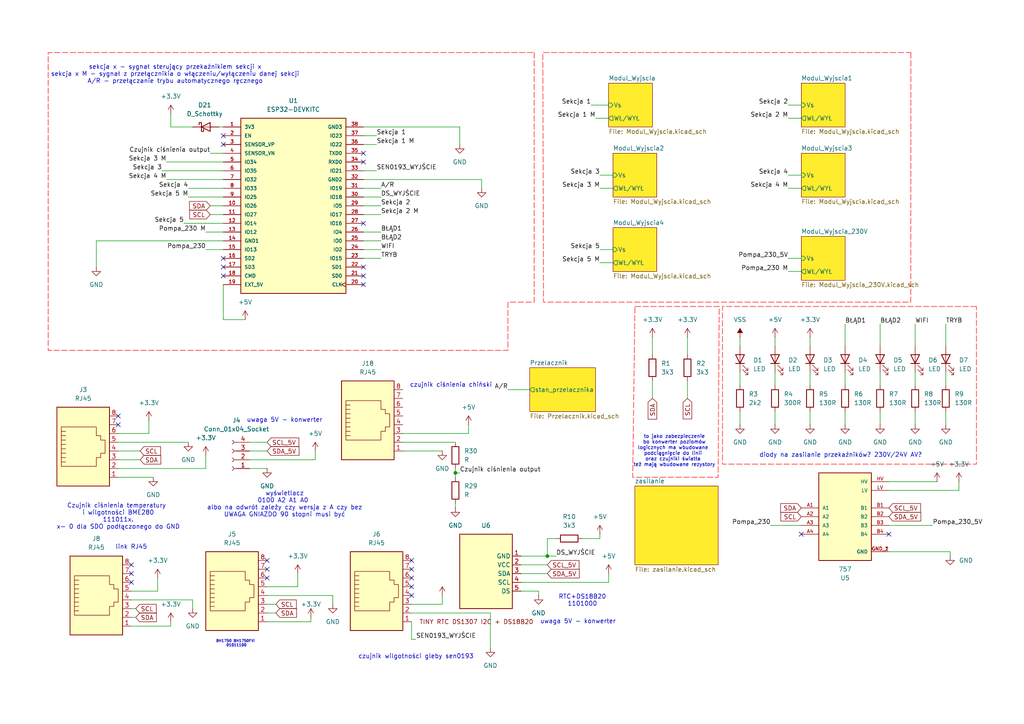
<source format=kicad_sch>
(kicad_sch (version 20250114) (generator "eeschema") (generator_version "9.0")
  (paper "A4")
  (title_block (title "Sterownik podlewania V1.1") (date "2025-10-09") (comment 1 "Praca inżynierska ") (comment 2 "Filip Gajewski"))
  (lib_symbols
    (symbol "Connector:Conn_01x04_Socket" (pin_names (offset 1.016) (hide yes))
      (property "Reference" "J" (at 0 5.08 0))
      (property "Value" "Conn_01x04_Socket" (at 0 -7.62 0))
      (symbol "Conn_01x04_Socket_1_1"
        (polyline (pts (xy -1.27 2.54) (xy -0.508 2.54)) (stroke (width 0.1524)))
        (polyline (pts (xy -1.27 0) (xy -0.508 0)) (stroke (width 0.1524)))
        (polyline (pts (xy -1.27 -2.54) (xy -0.508 -2.54)) (stroke (width 0.1524)))
        (polyline (pts (xy -1.27 -5.08) (xy -0.508 -5.08)) (stroke (width 0.1524)))
        (arc (start 0 2.032) (mid -0.5058 2.54) (end 0 3.048) (stroke (width 0.1524)))
        (arc (start 0 -0.508) (mid -0.5058 0) (end 0 0.508) (stroke (width 0.1524)))
        (arc (start 0 -3.048) (mid -0.5058 -2.54) (end 0 -2.032) (stroke (width 0.1524)))
        (arc (start 0 -5.588) (mid -0.5058 -5.08) (end 0 -4.572) (stroke (width 0.1524)))
        (pin passive line (at -5.08 2.54 0) (length 3.81) (name "Pin_1") (number "1"))
        (pin passive line (at -5.08 0 0) (length 3.81) (name "Pin_2") (number "2"))
        (pin passive line (at -5.08 -2.54 0) (length 3.81) (name "Pin_3") (number "3"))
        (pin passive line (at -5.08 -5.08 0) (length 3.81) (name "Pin_4") (number "4"))
      )
    )
    (symbol "Connector:RJ45" (pin_names (offset 1.016))
      (property "Reference" "J" (at -5.08 13.97 0))
      (property "Value" "RJ45" (at 2.54 13.97 0))
      (symbol "RJ45_0_1"
        (polyline (pts (xy -6.35 1.905) (xy -5.08 1.905) (xy -5.08 1.905)))
        (polyline (pts (xy -6.35 0.635) (xy -5.08 0.635) (xy -5.08 0.635)))
        (polyline (pts (xy -6.35 -0.635) (xy -5.08 -0.635) (xy -5.08 -0.635)))
        (polyline (pts (xy -6.35 -1.905) (xy -5.08 -1.905) (xy -5.08 -1.905)))
        (polyline (pts (xy -6.35 -3.175) (xy -5.08 -3.175) (xy -5.08 -3.175)))
        (polyline (pts (xy -6.35 -4.445) (xy -6.35 6.985) (xy 3.81 6.985) (xy 3.81 4.445) (xy 5.08 4.445) (xy 5.08 3.175) (xy 6.35 3.175) (xy 6.35 -0.635) (xy 5.08 -0.635) (xy 5.08 -1.905) (xy 3.81 -1.905) (xy 3.81 -4.445) (xy -6.35 -4.445) (xy -6.35 -4.445)))
        (polyline (pts (xy -5.08 5.715) (xy -6.35 5.715)))
        (polyline (pts (xy -5.08 4.445) (xy -6.35 4.445)))
        (polyline (pts (xy -5.08 3.175) (xy -6.35 3.175) (xy -6.35 3.175)))
        (rectangle (start 7.62 12.7) (end -7.62 -10.16) (stroke (width 0.254)) (fill (type background)))
      )
      (symbol "RJ45_1_1"
        (pin passive line (at 10.16 10.16 180) (length 2.54) (name "~") (number "8"))
        (pin passive line (at 10.16 7.62 180) (length 2.54) (name "~") (number "7"))
        (pin passive line (at 10.16 5.08 180) (length 2.54) (name "~") (number "6"))
        (pin passive line (at 10.16 2.54 180) (length 2.54) (name "~") (number "5"))
        (pin passive line (at 10.16 0 180) (length 2.54) (name "~") (number "4"))
        (pin passive line (at 10.16 -2.54 180) (length 2.54) (name "~") (number "3"))
        (pin passive line (at 10.16 -5.08 180) (length 2.54) (name "~") (number "2"))
        (pin passive line (at 10.16 -7.62 180) (length 2.54) (name "~") (number "1"))
      )
    )
    (symbol "Device:D_Schottky" (pin_numbers (hide yes)) (pin_names (offset 1.016) (hide yes))
      (property "Reference" "D" (at 0 2.54 0))
      (property "Value" "D_Schottky" (at 0 -2.54 0))
      (symbol "D_Schottky_0_1"
        (polyline (pts (xy -1.905 0.635) (xy -1.905 1.27) (xy -1.27 1.27) (xy -1.27 -1.27) (xy -0.635 -1.27) (xy -0.635 -0.635)) (stroke (width 0.254)))
        (polyline (pts (xy 1.27 1.27) (xy 1.27 -1.27) (xy -1.27 0) (xy 1.27 1.27)) (stroke (width 0.254)))
        (polyline (pts (xy 1.27 0) (xy -1.27 0)))
      )
      (symbol "D_Schottky_1_1"
        (pin passive line (at -3.81 0 0) (length 2.54) (name "K") (number "1"))
        (pin passive line (at 3.81 0 180) (length 2.54) (name "A") (number "2"))
      )
    )
    (symbol "Device:LED" (pin_numbers (hide yes)) (pin_names (offset 1.016) (hide yes))
      (property "Reference" "D" (at 0 2.54 0))
      (property "Value" "LED" (at 0 -2.54 0))
      (symbol "LED_0_1"
        (polyline (pts (xy -3.048 -0.762) (xy -4.572 -2.286) (xy -3.81 -2.286) (xy -4.572 -2.286) (xy -4.572 -1.524)))
        (polyline (pts (xy -1.778 -0.762) (xy -3.302 -2.286) (xy -2.54 -2.286) (xy -3.302 -2.286) (xy -3.302 -1.524)))
        (polyline (pts (xy -1.27 0) (xy 1.27 0)))
        (polyline (pts (xy -1.27 -1.27) (xy -1.27 1.27)) (stroke (width 0.254)))
        (polyline (pts (xy 1.27 -1.27) (xy 1.27 1.27) (xy -1.27 0) (xy 1.27 -1.27)) (stroke (width 0.254)))
      )
      (symbol "LED_1_1"
        (pin passive line (at -3.81 0 0) (length 2.54) (name "K") (number "1"))
        (pin passive line (at 3.81 0 180) (length 2.54) (name "A") (number "2"))
      )
    )
    (symbol "Device:R" (pin_numbers (hide yes)) (pin_names (offset 0))
      (property "Reference" "R" (at 2.032 0 90))
      (property "Value" "R" (at 0 0 90))
      (symbol "R_0_1"
        (rectangle (start -1.016 -2.54) (end 1.016 2.54) (stroke (width 0.254)))
      )
      (symbol "R_1_1"
        (pin passive line (at 0 3.81 270) (length 1.27) (name "~") (number "1"))
        (pin passive line (at 0 -3.81 90) (length 1.27) (name "~") (number "2"))
      )
    )
    (symbol "RTC:TINY_RTC_DS1307"
      (property "Reference" "U6" (at 0 -13.97 0))
      (symbol "TINY_RTC_DS1307_0_0"
        (rectangle (start -7.62 10.16) (end 7.62 -11.43) (stroke (width 0.254)) (fill (type background)))
      )
      (symbol "TINY_RTC_DS1307_1_1"
        (text "TINY RTC DS1307 I2C + DS18B20" (at 2.794 13.97 0) (effects (font (size 1.27 1.27))))
        (pin output line (at -10.16 5.08 0) (length 2.54) (name "DS") (number "5"))
        (pin input line (at -10.16 2.54 0) (length 2.54) (name "SCL") (number "4"))
        (pin input line (at -10.16 0 0) (length 2.54) (name "SDA") (number "3"))
        (pin input line (at -10.16 -2.54 0) (length 2.54) (name "VCC") (number "2"))
        (pin input line (at -10.16 -5.08 0) (length 2.54) (name "GND") (number "1"))
      )
    )
    (symbol "Voltage_Level_Converter:757" (pin_names (offset 1.016))
      (property "Reference" "U" (at -7.62 13.462 0))
      (property "Value" "757" (at -7.62 -15.24 0))
      (symbol "757_0_0"
        (rectangle (start -7.62 -12.7) (end 7.62 12.7) (stroke (width 0.254)) (fill (type background)))
        (pin passive line (at -12.7 2.54 0) (length 5.08) (name "A1") (number "A1"))
        (pin passive line (at -12.7 0 0) (length 5.08) (name "A2") (number "A2"))
        (pin passive line (at -12.7 -2.54 0) (length 5.08) (name "A3") (number "A3"))
        (pin passive line (at -12.7 -5.08 0) (length 5.08) (name "A4") (number "A4"))
        (pin power_in line (at 12.7 10.16 180) (length 5.08) (name "HV") (number "HV"))
        (pin power_in line (at 12.7 7.62 180) (length 5.08) (name "LV") (number "LV"))
        (pin passive line (at 12.7 2.54 180) (length 5.08) (name "B1") (number "B1"))
        (pin passive line (at 12.7 0 180) (length 5.08) (name "B2") (number "B2"))
        (pin passive line (at 12.7 -2.54 180) (length 5.08) (name "B3") (number "B3"))
        (pin passive line (at 12.7 -5.08 180) (length 5.08) (name "B4") (number "B4"))
        (pin power_in line (at 12.7 -10.16 180) (length 5.08) (name "GND") (number "GND_1"))
        (pin power_in line (at 12.7 -10.16 180) (length 5.08) (name "GND") (number "GND_2"))
      )
    )
    (symbol "power:+3.3V" (power) (pin_numbers (hide yes)) (pin_names (offset 0) (hide yes))
      (property "Value" "+3.3V" (at 0 3.556 0))
      (symbol "+3.3V_0_1"
        (polyline (pts (xy -0.762 1.27) (xy 0 2.54)))
        (polyline (pts (xy 0 2.54) (xy 0.762 1.27)))
        (polyline (pts (xy 0 0) (xy 0 2.54)))
      )
      (symbol "+3.3V_1_1"
        (pin power_in line (at 0 0 90) (length 0) (name "~") (number "1"))
      )
    )
    (symbol "power:+5V" (power) (pin_numbers (hide yes)) (pin_names (offset 0) (hide yes))
      (property "Value" "+5V" (at 0 3.556 0))
      (symbol "+5V_0_1"
        (polyline (pts (xy -0.762 1.27) (xy 0 2.54)))
        (polyline (pts (xy 0 2.54) (xy 0.762 1.27)))
        (polyline (pts (xy 0 0) (xy 0 2.54)))
      )
      (symbol "+5V_1_1"
        (pin power_in line (at 0 0 90) (length 0) (name "~") (number "1"))
      )
    )
    (symbol "power:GND" (power) (pin_numbers (hide yes)) (pin_names (offset 0) (hide yes))
      (property "Value" "GND" (at 0 -3.81 0))
      (symbol "GND_0_1"
        (polyline (pts (xy 0 0) (xy 0 -1.27) (xy 1.27 -1.27) (xy 0 -2.54) (xy -1.27 -1.27) (xy 0 -1.27)))
      )
      (symbol "GND_1_1"
        (pin power_in line (at 0 0 270) (length 0) (name "~") (number "1"))
      )
    )
    (symbol "power:VSS" (power) (pin_numbers (hide yes)) (pin_names (offset 0) (hide yes))
      (property "Value" "VSS" (at 0 3.556 0))
      (symbol "VSS_0_1"
        (polyline (pts (xy 0 0) (xy 0 2.54)))
        (polyline (pts (xy 0.762 1.27) (xy -0.762 1.27) (xy 0 2.54) (xy 0.762 1.27)) (fill (type outline)))
      )
      (symbol "VSS_1_1"
        (pin power_in line (at 0 0 90) (length 0) (name "~") (number "1"))
      )
    )
    (symbol "symbols:ESP32-DEVKITC" (pin_names (offset 1.016))
      (property "Reference" "U" (at -15.2572 26.0643 0))
      (property "Value" "ESP32-DEVKITC" (at -15.2563 -27.9698 0))
      (symbol "ESP32-DEVKITC_0_0"
        (rectangle (start -15.24 -25.4) (end 15.24 25.4) (stroke (width 0.254)) (fill (type background)))
        (pin power_in line (at -20.32 22.86 0) (length 5.08) (name "3V3") (number "1"))
        (pin input line (at -20.32 20.32 0) (length 5.08) (name "EN") (number "2"))
        (pin input line (at -20.32 17.78 0) (length 5.08) (name "SENSOR_VP") (number "3"))
        (pin input line (at -20.32 15.24 0) (length 5.08) (name "SENSOR_VN") (number "4"))
        (pin bidirectional line (at -20.32 12.7 0) (length 5.08) (name "IO34") (number "5"))
        (pin bidirectional line (at -20.32 10.16 0) (length 5.08) (name "IO35") (number "6"))
        (pin bidirectional line (at -20.32 7.62 0) (length 5.08) (name "IO32") (number "7"))
        (pin bidirectional line (at -20.32 5.08 0) (length 5.08) (name "IO33") (number "8"))
        (pin bidirectional line (at -20.32 2.54 0) (length 5.08) (name "IO25") (number "9"))
        (pin bidirectional line (at -20.32 0 0) (length 5.08) (name "IO26") (number "10"))
        (pin bidirectional line (at -20.32 -2.54 0) (length 5.08) (name "IO27") (number "11"))
        (pin bidirectional line (at -20.32 -5.08 0) (length 5.08) (name "IO14") (number "12"))
        (pin bidirectional line (at -20.32 -7.62 0) (length 5.08) (name "IO12") (number "13"))
        (pin power_in line (at -20.32 -10.16 0) (length 5.08) (name "GND1") (number "14"))
        (pin bidirectional line (at -20.32 -12.7 0) (length 5.08) (name "IO13") (number "15"))
        (pin bidirectional line (at -20.32 -15.24 0) (length 5.08) (name "SD2") (number "16"))
        (pin bidirectional line (at -20.32 -17.78 0) (length 5.08) (name "SD3") (number "17"))
        (pin bidirectional line (at -20.32 -20.32 0) (length 5.08) (name "CMD") (number "18"))
        (pin power_in line (at -20.32 -22.86 0) (length 5.08) (name "EXT_5V") (number "19"))
        (pin power_in line (at 20.32 22.86 180) (length 5.08) (name "GND3") (number "38"))
        (pin bidirectional line (at 20.32 20.32 180) (length 5.08) (name "IO23") (number "37"))
        (pin bidirectional line (at 20.32 17.78 180) (length 5.08) (name "IO22") (number "36"))
        (pin output line (at 20.32 15.24 180) (length 5.08) (name "TXD0") (number "35"))
        (pin input line (at 20.32 12.7 180) (length 5.08) (name "RXD0") (number "34"))
        (pin bidirectional line (at 20.32 10.16 180) (length 5.08) (name "IO21") (number "33"))
        (pin power_in line (at 20.32 7.62 180) (length 5.08) (name "GND2") (number "32"))
        (pin bidirectional line (at 20.32 5.08 180) (length 5.08) (name "IO19") (number "31"))
        (pin bidirectional line (at 20.32 2.54 180) (length 5.08) (name "IO18") (number "30"))
        (pin bidirectional line (at 20.32 0 180) (length 5.08) (name "IO5") (number "29"))
        (pin bidirectional line (at 20.32 -2.54 180) (length 5.08) (name "IO17") (number "28"))
        (pin bidirectional line (at 20.32 -5.08 180) (length 5.08) (name "IO16") (number "27"))
        (pin bidirectional line (at 20.32 -7.62 180) (length 5.08) (name "IO4") (number "26"))
        (pin bidirectional line (at 20.32 -10.16 180) (length 5.08) (name "IO0") (number "25"))
        (pin bidirectional line (at 20.32 -12.7 180) (length 5.08) (name "IO2") (number "24"))
        (pin bidirectional line (at 20.32 -15.24 180) (length 5.08) (name "IO15") (number "23"))
        (pin bidirectional line (at 20.32 -17.78 180) (length 5.08) (name "SD1") (number "22"))
        (pin bidirectional line (at 20.32 -20.32 180) (length 5.08) (name "SD0") (number "21"))
        (pin input clock (at 20.32 -22.86 180) (length 5.08) (name "CLK") (number "20"))
      )
    )
  )
  (text "uwaga 5V - konwerter\n" (at 82.55 121.92 0) (effects (font (size 1.27 1.27))))
  (text "sekcja x - sygnał sterujący przekaźnikiem sekcji x\nsekcja x M - sygnał z przełącznikia o włączeniu/wyłączeniu danej sekcji\nA/R - przełączanie trybu automatycznego ręcznego" (at 50.8 21.59 0) (effects (font (size 1.27 1.27))))
  (text "czujnik wilgotności gleby sen0193\n" (at 120.65 190.5 0) (effects (font (size 1.27 1.27))))
  (text "diody na zasilanie przekaźników? 230V/24V AV?" (at 243.84 132.08 0) (effects (font (size 1.27 1.27))))
  (text "to jako zabezpieczenie\nbo konwerter poziomów\nlogicznych ma wbudowane \npodciągnięcie do linii \noraz czujniki światła \nteż mają wbudowane rezystory" (at 195.58 130.81 0) (effects (font (size 1.016 1.016))))
  (text "BH1750 BH1750FVI \n01011100" (at 68.58 186.69 0) (effects (font (size 0.762 0.762))))
  (text "link RJ45" (at 38.1 158.75 0) (effects (font (size 1.27 1.27))))
  (text "wyświetlacz\n0100 A2 A1 A0 \nalbo na odwrót zależy czy wersja z A czy bez\nUWAGA GNIAZDO 90 stopni musi być\n\n" (at 82.55 147.32 0) (effects (font (size 1.27 1.27))))
  (text "Czujnik ciśnienia temperatury \ni wilgotności BME280\n111011x.\nx- 0 dla SDO podłączonego do GND\n" (at 34.29 149.86 0) (effects (font (size 1.27 1.27))))
  (text "czujnik ciśnienia chiński" (at 130.81 111.76 0) (effects (font (size 1.27 1.27))))
  (text "uwaga 5V - konwerter\n" (at 167.64 180.34 0) (effects (font (size 1.27 1.27))))
  (text "RTC+DS18B20\n1101000\n\n" (at 168.91 175.26 0) (effects (font (size 1.27 1.27))))
  (junction (at 132.08 137.16))
  (junction (at 158.75 161.29))
  (no_connect (at 105.41 46.99))
  (no_connect (at 34.29 120.65))
  (no_connect (at 257.81 154.94))
  (no_connect (at 77.47 162.56))
  (no_connect (at 232.41 154.94))
  (no_connect (at 119.38 162.56))
  (no_connect (at 77.47 165.1))
  (no_connect (at 34.29 123.19))
  (no_connect (at 119.38 167.64))
  (no_connect (at 64.77 74.93))
  (no_connect (at 64.77 77.47))
  (no_connect (at 38.1 166.37))
  (no_connect (at 77.47 167.64))
  (no_connect (at 38.1 168.91))
  (no_connect (at 64.77 80.01))
  (no_connect (at 105.41 80.01))
  (no_connect (at 105.41 82.55))
  (no_connect (at 119.38 170.18))
  (no_connect (at 38.1 163.83))
  (no_connect (at 119.38 172.72))
  (no_connect (at 119.38 165.1))
  (no_connect (at 105.41 64.77))
  (no_connect (at 105.41 44.45))
  (no_connect (at 105.41 77.47))
  (no_connect (at 64.77 41.91))
  (no_connect (at 64.77 39.37))
  (wire (pts (xy 38.1 176.53) (xy 39.37 176.53)))
  (wire (pts (xy 158.75 156.21) (xy 158.75 161.29)))
  (wire (pts (xy 214.63 107.95) (xy 214.63 111.76)))
  (wire (pts (xy 54.61 57.15) (xy 64.77 57.15)))
  (wire (pts (xy 255.27 107.95) (xy 255.27 111.76)))
  (wire (pts (xy 228.6 78.74) (xy 232.41 78.74)))
  (wire (pts (xy 105.41 57.15) (xy 110.49 57.15)))
  (wire (pts (xy 90.17 180.34) (xy 90.17 179.07)))
  (wire (pts (xy 234.95 107.95) (xy 234.95 111.76)))
  (wire (pts (xy 158.75 161.29) (xy 151.13 161.29)))
  (wire (pts (xy 142.24 177.8) (xy 119.38 177.8)))
  (wire (pts (xy 132.08 146.05) (xy 132.08 147.32)))
  (wire (pts (xy 72.39 133.35) (xy 91.44 133.35)))
  (wire (pts (xy 158.75 166.37) (xy 151.13 166.37)))
  (wire (pts (xy 27.94 69.85) (xy 27.94 77.47)))
  (wire (pts (xy 43.18 125.73) (xy 34.29 125.73)))
  (wire (pts (xy 119.38 185.42) (xy 119.38 180.34)))
  (wire (pts (xy 59.69 72.39) (xy 64.77 72.39)))
  (wire (pts (xy 109.22 49.53) (xy 105.41 49.53)))
  (wire (pts (xy 173.99 76.2) (xy 177.8 76.2)))
  (wire (pts (xy 116.84 125.73) (xy 135.89 125.73)))
  (wire (pts (xy 228.6 50.8) (xy 232.41 50.8)))
  (wire (pts (xy 91.44 133.35) (xy 91.44 130.81)))
  (wire (pts (xy 86.36 170.18) (xy 77.47 170.18)))
  (wire (pts (xy 214.63 97.79) (xy 214.63 100.33)))
  (wire (pts (xy 105.41 74.93) (xy 110.49 74.93)))
  (wire (pts (xy 96.52 172.72) (xy 77.47 172.72)))
  (wire (pts (xy 34.29 130.81) (xy 40.64 130.81)))
  (wire (pts (xy 43.18 121.92) (xy 43.18 125.73)))
  (wire (pts (xy 109.22 39.37) (xy 105.41 39.37)))
  (wire (pts (xy 199.39 110.49) (xy 199.39 115.57)))
  (wire (pts (xy 59.69 67.31) (xy 64.77 67.31)))
  (wire (pts (xy 189.23 110.49) (xy 189.23 115.57)))
  (wire (pts (xy 96.52 175.26) (xy 96.52 172.72)))
  (wire (pts (xy 105.41 69.85) (xy 110.49 69.85)))
  (wire (pts (xy 45.72 171.45) (xy 45.72 167.64)))
  (wire (pts (xy 105.41 62.23) (xy 110.49 62.23)))
  (wire (pts (xy 38.1 179.07) (xy 39.37 179.07)))
  (wire (pts (xy 172.72 34.29) (xy 176.53 34.29)))
  (wire (pts (xy 171.45 30.48) (xy 176.53 30.48)))
  (wire (pts (xy 71.12 92.71) (xy 64.77 92.71)))
  (wire (pts (xy 63.5 36.83) (xy 64.77 36.83)))
  (wire (pts (xy 274.32 107.95) (xy 274.32 111.76)))
  (wire (pts (xy 158.75 163.83) (xy 151.13 163.83)))
  (wire (pts (xy 86.36 166.37) (xy 86.36 170.18)))
  (wire (pts (xy 271.78 139.7) (xy 257.81 139.7)))
  (wire (pts (xy 199.39 97.79) (xy 199.39 102.87)))
  (wire (pts (xy 234.95 97.79) (xy 234.95 100.33)))
  (wire (pts (xy 109.22 41.91) (xy 105.41 41.91)))
  (wire (pts (xy 34.29 138.43) (xy 44.45 138.43)))
  (wire (pts (xy 34.29 135.89) (xy 59.69 135.89)))
  (wire (pts (xy 228.6 30.48) (xy 232.41 30.48)))
  (wire (pts (xy 45.72 171.45) (xy 38.1 171.45)))
  (wire (pts (xy 274.32 123.19) (xy 274.32 119.38)))
  (wire (pts (xy 72.39 135.89) (xy 77.47 135.89)))
  (wire (pts (xy 34.29 128.27) (xy 54.61 128.27)))
  (wire (pts (xy 224.79 123.19) (xy 224.79 119.38)))
  (wire (pts (xy 147.32 113.03) (xy 153.67 113.03)))
  (wire (pts (xy 275.59 160.02) (xy 257.81 160.02)))
  (wire (pts (xy 245.11 107.95) (xy 245.11 111.76)))
  (wire (pts (xy 158.75 161.29) (xy 161.29 161.29)))
  (wire (pts (xy 189.23 97.79) (xy 189.23 102.87)))
  (wire (pts (xy 255.27 123.19) (xy 255.27 119.38)))
  (wire (pts (xy 224.79 107.95) (xy 224.79 111.76)))
  (wire (pts (xy 55.88 36.83) (xy 49.53 36.83)))
  (wire (pts (xy 132.08 135.89) (xy 132.08 137.16)))
  (wire (pts (xy 105.41 54.61) (xy 110.49 54.61)))
  (wire (pts (xy 128.27 172.72) (xy 128.27 175.26)))
  (wire (pts (xy 228.6 74.93) (xy 232.41 74.93)))
  (wire (pts (xy 255.27 93.98) (xy 255.27 100.33)))
  (wire (pts (xy 49.53 181.61) (xy 49.53 180.34)))
  (wire (pts (xy 228.6 34.29) (xy 232.41 34.29)))
  (wire (pts (xy 214.63 123.19) (xy 214.63 119.38)))
  (wire (pts (xy 156.21 171.45) (xy 156.21 172.72)))
  (wire (pts (xy 77.47 177.8) (xy 80.01 177.8)))
  (wire (pts (xy 48.26 52.07) (xy 64.77 52.07)))
  (wire (pts (xy 173.99 154.94) (xy 173.99 156.21)))
  (wire (pts (xy 54.61 54.61) (xy 64.77 54.61)))
  (wire (pts (xy 132.08 137.16) (xy 132.08 138.43)))
  (wire (pts (xy 46.99 49.53) (xy 64.77 49.53)))
  (wire (pts (xy 245.11 123.19) (xy 245.11 119.38)))
  (wire (pts (xy 275.59 160.02) (xy 275.59 161.29)))
  (wire (pts (xy 72.39 130.81) (xy 77.47 130.81)))
  (wire (pts (xy 77.47 175.26) (xy 80.01 175.26)))
  (wire (pts (xy 135.89 125.73) (xy 135.89 123.19)))
  (wire (pts (xy 116.84 128.27) (xy 132.08 128.27)))
  (wire (pts (xy 234.95 123.19) (xy 234.95 119.38)))
  (wire (pts (xy 105.41 52.07) (xy 139.7 52.07)))
  (wire (pts (xy 142.24 177.8) (xy 142.24 187.96)))
  (wire (pts (xy 105.41 59.69) (xy 110.49 59.69)))
  (wire (pts (xy 55.88 173.99) (xy 55.88 176.53)))
  (wire (pts (xy 60.96 59.69) (xy 64.77 59.69)))
  (wire (pts (xy 151.13 168.91) (xy 176.53 168.91)))
  (wire (pts (xy 139.7 54.61) (xy 139.7 52.07)))
  (wire (pts (xy 105.41 72.39) (xy 110.49 72.39)))
  (wire (pts (xy 128.27 175.26) (xy 119.38 175.26)))
  (wire (pts (xy 64.77 92.71) (xy 64.77 82.55)))
  (wire (pts (xy 265.43 123.19) (xy 265.43 119.38)))
  (wire (pts (xy 265.43 107.95) (xy 265.43 111.76)))
  (wire (pts (xy 116.84 130.81) (xy 128.27 130.81)))
  (wire (pts (xy 59.69 132.08) (xy 59.69 135.89)))
  (wire (pts (xy 274.32 93.98) (xy 274.32 100.33)))
  (wire (pts (xy 224.79 97.79) (xy 224.79 100.33)))
  (wire (pts (xy 265.43 93.98) (xy 265.43 100.33)))
  (wire (pts (xy 173.99 72.39) (xy 177.8 72.39)))
  (wire (pts (xy 168.91 156.21) (xy 173.99 156.21)))
  (wire (pts (xy 270.51 152.4) (xy 257.81 152.4)))
  (wire (pts (xy 34.29 133.35) (xy 40.64 133.35)))
  (wire (pts (xy 278.13 142.24) (xy 257.81 142.24)))
  (wire (pts (xy 49.53 36.83) (xy 49.53 33.02)))
  (wire (pts (xy 27.94 69.85) (xy 64.77 69.85)))
  (wire (pts (xy 176.53 168.91) (xy 176.53 166.37)))
  (wire (pts (xy 278.13 139.7) (xy 278.13 142.24)))
  (wire (pts (xy 132.08 137.16) (xy 133.35 137.16)))
  (wire (pts (xy 245.11 93.98) (xy 245.11 100.33)))
  (wire (pts (xy 120.65 185.42) (xy 119.38 185.42)))
  (wire (pts (xy 158.75 156.21) (xy 161.29 156.21)))
  (wire (pts (xy 133.35 41.91) (xy 133.35 36.83)))
  (wire (pts (xy 105.41 36.83) (xy 133.35 36.83)))
  (wire (pts (xy 223.52 152.4) (xy 232.41 152.4)))
  (wire (pts (xy 60.96 62.23) (xy 64.77 62.23)))
  (wire (pts (xy 173.99 50.8) (xy 177.8 50.8)))
  (wire (pts (xy 77.47 180.34) (xy 90.17 180.34)))
  (wire (pts (xy 53.34 64.77) (xy 64.77 64.77)))
  (wire (pts (xy 38.1 181.61) (xy 49.53 181.61)))
  (wire (pts (xy 48.26 46.99) (xy 64.77 46.99)))
  (wire (pts (xy 72.39 128.27) (xy 77.47 128.27)))
  (wire (pts (xy 60.96 44.45) (xy 64.77 44.45)))
  (wire (pts (xy 228.6 54.61) (xy 232.41 54.61)))
  (wire (pts (xy 173.99 54.61) (xy 177.8 54.61)))
  (wire (pts (xy 156.21 171.45) (xy 151.13 171.45)))
  (wire (pts (xy 55.88 173.99) (xy 38.1 173.99)))
  (wire (pts (xy 105.41 67.31) (xy 110.49 67.31)))
  (label "Sekcja 4" (at 54.61 54.61 180))
  (label "A{slash}R" (at 110.49 54.61 0))
  (label "Sekcja 1" (at 171.45 30.48 180))
  (label "Sekcja 4 M" (at 228.6 54.61 180))
  (label "A{slash}R" (at 147.32 113.03 180))
  (label "Sekcja 4 M" (at 48.26 52.07 180))
  (label "BŁĄD1" (at 110.49 67.31 0))
  (label "Sekcja 1" (at 109.22 39.37 0))
  (label "BŁĄD2" (at 110.49 69.85 0))
  (label "Sekcja 3 M" (at 173.99 54.61 180))
  (label "Czujnik ciśnienia output" (at 133.35 137.16 0))
  (label "Sekcja 1 M" (at 109.22 41.91 0))
  (label "Sekcja 5" (at 173.99 72.39 180))
  (label "Sekcja 5" (at 53.34 64.77 180))
  (label "SEN0193_WYJŚCIE" (at 120.65 185.42 0))
  (label "Sekcja 2" (at 110.49 59.69 0))
  (label "Sekcja 1 M" (at 172.72 34.29 180))
  (label "BŁĄD1" (at 245.11 93.98 0))
  (label "Sekcja 3 M" (at 48.26 46.99 180))
  (label "Sekcja 2" (at 228.6 30.48 180))
  (label "Czujnik ciśnienia output" (at 60.96 44.45 180))
  (label "Sekcja 2 M" (at 110.49 62.23 0))
  (label "TRYB" (at 110.49 74.93 0))
  (label "DS_WYJŚCIE" (at 110.49 57.15 0))
  (label "BŁĄD2" (at 255.27 93.98 0))
  (label "SEN0193_WYJŚCIE" (at 109.22 49.53 0))
  (label "Sekcja 2 M" (at 228.6 34.29 180))
  (label "Sekcja 4" (at 228.6 50.8 180))
  (label "WIFI" (at 265.43 93.98 0))
  (label "Sekcja 3" (at 173.99 50.8 180))
  (label "Pompa_230_5V" (at 270.51 152.4 0))
  (label "DS_WYJŚCIE" (at 161.29 161.29 0))
  (label "WIFI" (at 110.49 72.39 0))
  (label "TRYB" (at 274.32 93.98 0))
  (label "Pompa_230_5V" (at 228.6 74.93 180))
  (label "Sekcja 3" (at 46.99 49.53 180))
  (label "Pompa_230" (at 59.69 72.39 180))
  (label "Pompa_230 M" (at 228.6 78.74 180))
  (label "Sekcja 5 M" (at 173.99 76.2 180))
  (label "Pompa_230 M" (at 59.69 67.31 180))
  (label "Pompa_230" (at 223.52 152.4 180))
  (label "Sekcja 5 M" (at 54.61 57.15 180))
  (global_label "SCL" (shape input) (at 60.96 62.23 180) (property "Intersheetrefs" "${INTERSHEET_REFS}" (effects (hide yes))))
  (global_label "SDA" (shape input) (at 189.23 115.57 270) (property "Intersheetrefs" "${INTERSHEET_REFS}" (effects (hide yes))))
  (global_label "SDA" (shape input) (at 80.01 177.8 0) (property "Intersheetrefs" "${INTERSHEET_REFS}" (effects (hide yes))))
  (global_label "SCL" (shape input) (at 39.37 176.53 0) (property "Intersheetrefs" "${INTERSHEET_REFS}" (effects (hide yes))))
  (global_label "SCL_5V" (shape input) (at 77.47 128.27 0) (property "Intersheetrefs" "${INTERSHEET_REFS}" (effects (hide yes))))
  (global_label "SCL" (shape input) (at 40.64 130.81 0) (property "Intersheetrefs" "${INTERSHEET_REFS}" (effects (hide yes))))
  (global_label "SDA_5V" (shape input) (at 77.47 130.81 0) (property "Intersheetrefs" "${INTERSHEET_REFS}" (effects (hide yes))))
  (global_label "SDA" (shape input) (at 60.96 59.69 180) (property "Intersheetrefs" "${INTERSHEET_REFS}" (effects (hide yes))))
  (global_label "SCL_5V" (shape input) (at 257.81 147.32 0) (property "Intersheetrefs" "${INTERSHEET_REFS}" (effects (hide yes))))
  (global_label "SDA_5V" (shape input) (at 158.75 166.37 0) (property "Intersheetrefs" "${INTERSHEET_REFS}" (effects (hide yes))))
  (global_label "SCL_5V" (shape input) (at 158.75 163.83 0) (property "Intersheetrefs" "${INTERSHEET_REFS}" (effects (hide yes))))
  (global_label "SCL" (shape input) (at 199.39 115.57 270) (property "Intersheetrefs" "${INTERSHEET_REFS}" (effects (hide yes))))
  (global_label "SCL" (shape input) (at 80.01 175.26 0) (property "Intersheetrefs" "${INTERSHEET_REFS}" (effects (hide yes))))
  (global_label "SDA_5V" (shape input) (at 257.81 149.86 0) (property "Intersheetrefs" "${INTERSHEET_REFS}" (effects (hide yes))))
  (global_label "SDA" (shape input) (at 232.41 147.32 180) (property "Intersheetrefs" "${INTERSHEET_REFS}" (effects (hide yes))))
  (global_label "SDA" (shape input) (at 39.37 179.07 0) (property "Intersheetrefs" "${INTERSHEET_REFS}" (effects (hide yes))))
  (global_label "SDA" (shape input) (at 40.64 133.35 0) (property "Intersheetrefs" "${INTERSHEET_REFS}" (effects (hide yes))))
  (global_label "SCL" (shape input) (at 232.41 149.86 180) (property "Intersheetrefs" "${INTERSHEET_REFS}" (effects (hide yes))))
  (rule_area (polyline (pts (xy 184.15 88.9) (xy 208.5975 88.9) (xy 208.28 138.43) (xy 183.515 138.43)) (stroke (width 0) (type dash))))
  (rule_area (polyline (pts (xy 283.21 88.9) (xy 209.55 88.9) (xy 209.55 134.62) (xy 283.21 134.62)) (stroke (width 0) (type dash))))
  (rule_area (polyline (pts (xy 154.94 15.24) (xy 154.94 87.63) (xy 147.32 87.63) (xy 147.32 101.6) (xy 45.085 101.6) (xy 13.97 101.6) (xy 13.97 15.24)) (stroke (width 0) (type dash))))
  (rule_area (polyline (pts (xy 264.1996 15.24) (xy 264.16 87.63) (xy 157.6387 87.63) (xy 157.4402 15.24)) (stroke (width 0) (type dash))))
  (symbol (lib_id "power:GND") (at 139.7 54.61 0) (unit 1)
    (property "Reference" "#PWR07" (effects (hide yes)))
    (property "Value" "GND" (at 139.7 59.69 0))
    (property "Description" "Power symbol creates a global label with name \"GND\" , ground" (effects (hide yes)))
  )
  (symbol (lib_id "power:+3.3V") (at 128.27 172.72 0) (unit 1)
    (property "Reference" "#PWR030" (effects (hide yes)))
    (property "Value" "+3.3V" (effects (hide yes)))
    (property "Description" "Power symbol creates a global label with name \"+3.3V\"" (effects (hide yes)))
  )
  (symbol (lib_id "power:GND") (at 142.24 187.96 0) (unit 1)
    (property "Reference" "#PWR037" (effects (hide yes)))
    (property "Value" "GND" (at 142.24 193.04 0))
    (property "Description" "Power symbol creates a global label with name \"GND\" , ground" (effects (hide yes)))
  )
  (symbol (lib_id "power:+3.3V") (at 234.95 97.79 0) (unit 1)
    (property "Reference" "#PWR013" (effects (hide yes)))
    (property "Value" "+3.3V" (at 234.95 92.71 0))
    (property "Description" "Power symbol creates a global label with name \"+3.3V\"" (effects (hide yes)))
  )
  (symbol (lib_id "power:+5V") (at 49.53 33.02 0) (unit 1)
    (property "Reference" "#PWR011" (effects (hide yes)))
    (property "Value" "+3.3V" (at 49.53 27.94 0))
    (property "Description" "Power symbol creates a global label with name \"+5V\"" (effects (hide yes)))
  )
  (symbol (lib_id "power:+3.3V") (at 199.39 97.79 0) (unit 1)
    (property "Reference" "#PWR02" (effects (hide yes)))
    (property "Value" "+3.3V" (at 199.39 92.71 0))
    (property "Description" "Power symbol creates a global label with name \"+3.3V\"" (effects (hide yes)))
  )
  (symbol (lib_id "Device:LED") (at 255.27 104.14 90) (unit 1)
    (property "Reference" "D5" (at 259.08 104.4574 90) (effects (justify right)))
    (property "Value" "LED" (at 259.08 106.9974 90) (effects (justify right)))
    (property "Footprint" "LED_SMD:LED_1206_3216Metric" (effects (hide yes)))
    (property "Description" "Light emitting diode" (effects (hide yes)))
    (property "Sim.Pins" "1=K 2=A" (effects (hide yes)))
  )
  (symbol (lib_id "power:GND") (at 255.27 123.19 0) (unit 1)
    (property "Reference" "#PWR024" (effects (hide yes)))
    (property "Value" "GND" (at 255.27 128.27 0))
    (property "Description" "Power symbol creates a global label with name \"GND\" , ground" (effects (hide yes)))
  )
  (symbol (lib_id "Connector:RJ45") (at 24.13 130.81 0) (unit 1)
    (property "Reference" "J3" (at 24.13 113.03 0))
    (property "Value" "RJ45" (at 24.13 115.57 0))
    (property "Footprint" "Connector_RJ:RJ45_Amphenol_54602-x08_Horizontal" (effects (hide yes)))
    (property "Description" "RJ connector, 8P8C (8 positions 8 connected)" (effects (hide yes)))
  )
  (symbol (lib_id "power:+3.3V") (at 189.23 97.79 0) (unit 1)
    (property "Reference" "#PWR01" (effects (hide yes)))
    (property "Value" "+3.3V" (at 189.23 92.71 0))
    (property "Description" "Power symbol creates a global label with name \"+3.3V\"" (effects (hide yes)))
  )
  (symbol (lib_id "power:GND") (at 128.27 130.81 0) (unit 1)
    (property "Reference" "#PWR097" (effects (hide yes)))
    (property "Value" "GND" (at 128.27 135.89 0))
    (property "Description" "Power symbol creates a global label with name \"GND\" , ground" (effects (hide yes)))
  )
  (symbol (lib_id "Connector:Conn_01x04_Socket") (at 67.31 133.35 180) (unit 1)
    (property "Reference" "J4" (at 68.58 121.92 0))
    (property "Value" "Conn_01x04_Socket" (at 68.58 124.46 0))
    (property "Footprint" "Connector_PinHeader_2.54mm:PinHeader_1x04_P2.54mm_Vertical" (effects (hide yes)))
    (property "Description" "Generic connector, single row, 01x04, script generated" (effects (hide yes)))
  )
  (symbol (lib_id "power:+5V") (at 271.78 139.7 0) (unit 1)
    (property "Reference" "#PWR099" (effects (hide yes)))
    (property "Value" "+5V" (at 271.78 134.62 0))
    (property "Description" "Power symbol creates a global label with name \"+5V\"" (effects (hide yes)))
  )
  (symbol (lib_id "power:GND") (at 96.52 175.26 0) (unit 1)
    (property "Reference" "#PWR032" (effects (hide yes)))
    (property "Value" "GND" (at 96.52 180.34 0))
    (property "Description" "Power symbol creates a global label with name \"GND\" , ground" (effects (hide yes)))
  )
  (symbol (lib_id "power:GND") (at 156.21 172.72 0) (unit 1)
    (property "Reference" "#PWR035" (effects (hide yes)))
    (property "Value" "GND" (at 156.21 177.8 0))
    (property "Description" "Power symbol creates a global label with name \"GND\" , ground" (effects (hide yes)))
  )
  (symbol (lib_id "Device:R") (at 165.1 156.21 90) (unit 1)
    (property "Reference" "R10" (at 165.1 149.86 90))
    (property "Value" "3k3" (at 165.1 152.4 90))
    (property "Footprint" "Resistor_SMD:R_1206_3216Metric" (effects (hide yes)))
    (property "Description" "Resistor" (effects (hide yes)))
  )
  (symbol (lib_id "Device:R") (at 274.32 115.57 0) (unit 1)
    (property "Reference" "R9" (at 276.86 114.2999 0) (effects (justify left)))
    (property "Value" "130R" (at 276.86 116.8399 0) (effects (justify left)))
    (property "Footprint" "Resistor_SMD:R_1206_3216Metric" (effects (hide yes)))
    (property "Description" "Resistor" (effects (hide yes)))
  )
  (symbol (lib_id "Device:R") (at 132.08 142.24 0) (unit 1)
    (property "Reference" "R29" (at 134.62 140.9699 0) (effects (justify left)))
    (property "Value" "R" (at 134.62 143.5099 0) (effects (justify left)))
    (property "Footprint" "Resistor_SMD:R_1206_3216Metric" (effects (hide yes)))
    (property "Description" "Resistor" (effects (hide yes)))
  )
  (symbol (lib_id "power:+5V") (at 91.44 130.81 0) (unit 1)
    (property "Reference" "#PWR017" (effects (hide yes)))
    (property "Value" "+5V" (at 91.44 125.73 0))
    (property "Description" "Power symbol creates a global label with name \"+5V\"" (effects (hide yes)))
  )
  (symbol (lib_id "power:+3.3V") (at 59.69 132.08 0) (unit 1)
    (property "Reference" "#PWR016" (effects (hide yes)))
    (property "Value" "+3.3V" (at 59.69 127 0))
    (property "Description" "Power symbol creates a global label with name \"+3.3V\"" (effects (hide yes)))
  )
  (symbol (lib_id "power:+3.3V") (at 45.72 167.64 0) (unit 1)
    (property "Reference" "#PWR029" (effects (hide yes)))
    (property "Value" "+3.3V" (at 45.72 162.56 0))
    (property "Description" "Power symbol creates a global label with name \"+3.3V\"" (effects (hide yes)))
  )
  (symbol (lib_id "power:VSS") (at 214.63 97.79 0) (unit 1)
    (property "Reference" "#PWR045" (effects (hide yes)))
    (property "Value" "VSS" (at 214.63 92.71 0))
    (property "Description" "Power symbol creates a global label with name \"VSS\"" (effects (hide yes)))
  )
  (symbol (lib_id "Device:R") (at 199.39 106.68 0) (unit 1)
    (property "Reference" "R2" (at 201.93 105.4099 0) (effects (justify left)))
    (property "Value" "3k3" (at 201.93 107.9499 0) (effects (justify left)))
    (property "Footprint" "Resistor_SMD:R_1206_3216Metric" (effects (hide yes)))
    (property "Description" "Resistor" (effects (hide yes)))
  )
  (symbol (lib_id "Device:R") (at 255.27 115.57 0) (unit 1)
    (property "Reference" "R7" (at 257.81 114.2999 0) (effects (justify left)))
    (property "Value" "130R" (at 257.81 116.8399 0) (effects (justify left)))
    (property "Footprint" "Resistor_SMD:R_1206_3216Metric" (effects (hide yes)))
    (property "Description" "Resistor" (effects (hide yes)))
  )
  (symbol (lib_id "power:+3.3V") (at 278.13 139.7 0) (unit 1)
    (property "Reference" "#PWR0101" (effects (hide yes)))
    (property "Value" "+3.3V" (at 278.13 134.62 0))
    (property "Description" "Power symbol creates a global label with name \"+3.3V\"" (effects (hide yes)))
  )
  (symbol (lib_id "power:+3.3V") (at 43.18 121.92 0) (unit 1)
    (property "Reference" "#PWR014" (effects (hide yes)))
    (property "Value" "+3.3V" (at 43.18 116.84 0))
    (property "Description" "Power symbol creates a global label with name \"+3.3V\"" (effects (hide yes)))
  )
  (symbol (lib_id "Connector:RJ45") (at 109.22 172.72 0) (unit 1)
    (property "Reference" "J6" (at 109.22 154.94 0))
    (property "Value" "RJ45" (at 109.22 157.48 0))
    (property "Footprint" "Connector_RJ:RJ45_Amphenol_54602-x08_Horizontal" (effects (hide yes)))
    (property "Description" "RJ connector, 8P8C (8 positions 8 connected)" (effects (hide yes)))
  )
  (symbol (lib_id "RTC:TINY_RTC_DS1307") (at 140.97 166.37 180) (unit 1)
    (property "Reference" "U6" (at 140.97 152.4 0))
    (property "Footprint" "RTC:RTC DS1307 + 32kb EEPROM 24C32 I2C" (effects (hide yes)))
  )
  (symbol (lib_id "Device:R") (at 224.79 115.57 0) (unit 1)
    (property "Reference" "R4" (at 227.33 114.2999 0) (effects (justify left)))
    (property "Value" "300R" (at 227.33 116.8399 0) (effects (justify left)))
    (property "Footprint" "Resistor_SMD:R_1206_3216Metric" (effects (hide yes)))
    (property "Description" "Resistor" (effects (hide yes)))
  )
  (symbol (lib_id "power:GND") (at 234.95 123.19 0) (unit 1)
    (property "Reference" "#PWR022" (effects (hide yes)))
    (property "Value" "GND" (at 234.95 128.27 0))
    (property "Description" "Power symbol creates a global label with name \"GND\" , ground" (effects (hide yes)))
  )
  (symbol (lib_id "Device:LED") (at 245.11 104.14 90) (unit 1)
    (property "Reference" "D4" (at 248.92 104.4574 90) (effects (justify right)))
    (property "Value" "LED" (at 248.92 106.9974 90) (effects (justify right)))
    (property "Footprint" "LED_SMD:LED_1206_3216Metric" (effects (hide yes)))
    (property "Description" "Light emitting diode" (effects (hide yes)))
    (property "Sim.Pins" "1=K 2=A" (effects (hide yes)))
  )
  (symbol (lib_id "Device:LED") (at 234.95 104.14 90) (unit 1)
    (property "Reference" "D3" (at 238.76 104.4574 90) (effects (justify right)))
    (property "Value" "LED" (at 238.76 106.9974 90) (effects (justify right)))
    (property "Footprint" "LED_SMD:LED_1206_3216Metric" (effects (hide yes)))
    (property "Description" "Light emitting diode" (effects (hide yes)))
    (property "Sim.Pins" "1=K 2=A" (effects (hide yes)))
  )
  (symbol (lib_id "Device:LED") (at 274.32 104.14 90) (unit 1)
    (property "Reference" "D7" (at 278.13 104.4574 90) (effects (justify right)))
    (property "Value" "LED" (at 278.13 106.9974 90) (effects (justify right)))
    (property "Footprint" "LED_SMD:LED_1206_3216Metric" (effects (hide yes)))
    (property "Description" "Light emitting diode" (effects (hide yes)))
    (property "Sim.Pins" "1=K 2=A" (effects (hide yes)))
  )
  (symbol (lib_id "power:GND") (at 224.79 123.19 0) (unit 1)
    (property "Reference" "#PWR021" (effects (hide yes)))
    (property "Value" "GND" (at 224.79 128.27 0))
    (property "Description" "Power symbol creates a global label with name \"GND\" , ground" (effects (hide yes)))
  )
  (symbol (lib_id "power:+3.3V") (at 86.36 166.37 0) (unit 1)
    (property "Reference" "#PWR028" (effects (hide yes)))
    (property "Value" "+3.3V" (at 86.36 161.29 0))
    (property "Description" "Power symbol creates a global label with name \"+3.3V\"" (effects (hide yes)))
  )
  (symbol (lib_id "power:GND") (at 27.94 77.47 0) (unit 1)
    (property "Reference" "#PWR09" (effects (hide yes)))
    (property "Value" "GND" (at 27.94 82.55 0))
    (property "Description" "Power symbol creates a global label with name \"GND\" , ground" (effects (hide yes)))
  )
  (symbol (lib_id "symbols:ESP32-DEVKITC") (at 85.09 59.69 0) (unit 1)
    (property "Reference" "U1" (at 85.09 29.21 0))
    (property "Value" "ESP32-DEVKITC" (at 85.09 31.75 0))
    (property "Footprint" "ESP32:MODULE_ESP32-DEVKITC" (effects (hide yes)))
    (property "MF" "Espressif Systems" (effects (hide yes)))
    (property "Description_1" "ESP32-WROOM-32UE series Transceiver; 802.11 b/g/n (Wi-Fi, WiFi, WLAN), Bluetooth ® Smart Ready 4.x Dual Mode Evaluation Board" (effects (hide yes)))
    (property "Package" "None" (effects (hide yes)))
    (property "Price" "None" (effects (hide yes)))
    (property "Check_prices" "https://www.snapeda.com/parts/ESP32-DEVKITC/Espressif+Systems/view-part/?ref=eda" (effects (hide yes)))
    (property "STANDARD" "Manufacturer Recommendations" (effects (hide yes)))
    (property "PARTREV" "N/A" (effects (hide yes)))
    (property "SnapEDA_Link" "https://www.snapeda.com/parts/ESP32-DEVKITC/Espressif+Systems/view-part/?ref=snap" (effects (hide yes)))
    (property "MP" "ESP32-DEVKITC" (effects (hide yes)))
    (property "Availability" "Not in stock" (effects (hide yes)))
    (property "MANUFACTURER" "ESPRESSIF" (effects (hide yes)))
  )
  (symbol (lib_id "power:+5V") (at 176.53 166.37 0) (unit 1)
    (property "Reference" "#PWR031" (effects (hide yes)))
    (property "Value" "+5V" (at 176.53 161.29 0))
    (property "Description" "Power symbol creates a global label with name \"+5V\"" (effects (hide yes)))
  )
  (symbol (lib_id "power:GND") (at 77.47 135.89 0) (unit 1)
    (property "Reference" "#PWR018" (effects (hide yes)))
    (property "Value" "GND" (at 77.47 140.97 0))
    (property "Description" "Power symbol creates a global label with name \"GND\" , ground" (effects (hide yes)))
  )
  (symbol (lib_id "power:GND") (at 274.32 123.19 0) (unit 1)
    (property "Reference" "#PWR026" (effects (hide yes)))
    (property "Value" "GND" (at 274.32 128.27 0))
    (property "Description" "Power symbol creates a global label with name \"GND\" , ground" (effects (hide yes)))
  )
  (symbol (lib_id "power:GND") (at 214.63 123.19 0) (unit 1)
    (property "Reference" "#PWR020" (effects (hide yes)))
    (property "Value" "GND" (at 214.63 128.27 0))
    (property "Description" "Power symbol creates a global label with name \"GND\" , ground" (effects (hide yes)))
  )
  (symbol (lib_id "power:GND") (at 132.08 147.32 0) (unit 1)
    (property "Reference" "#PWR098" (effects (hide yes)))
    (property "Value" "GND" (at 132.08 152.4 0))
    (property "Description" "Power symbol creates a global label with name \"GND\" , ground" (effects (hide yes)))
  )
  (symbol (lib_id "Device:D_Schottky") (at 59.69 36.83 0) (unit 1)
    (property "Reference" "D21" (at 59.3725 30.48 0))
    (property "Value" "D_Schottky" (at 59.3725 33.02 0))
    (property "Footprint" "Diode_SMD:D_1206_3216Metric" (effects (hide yes)))
    (property "Description" "Schottky diode" (effects (hide yes)))
  )
  (symbol (lib_id "Device:R") (at 265.43 115.57 0) (unit 1)
    (property "Reference" "R8" (at 267.97 114.2999 0) (effects (justify left)))
    (property "Value" "130R" (at 267.97 116.8399 0) (effects (justify left)))
    (property "Footprint" "Resistor_SMD:R_1206_3216Metric" (effects (hide yes)))
    (property "Description" "Resistor" (effects (hide yes)))
  )
  (symbol (lib_id "power:GND") (at 265.43 123.19 0) (unit 1)
    (property "Reference" "#PWR025" (effects (hide yes)))
    (property "Value" "GND" (at 265.43 128.27 0))
    (property "Description" "Power symbol creates a global label with name \"GND\" , ground" (effects (hide yes)))
  )
  (symbol (lib_id "Voltage_Level_Converter:757") (at 245.11 149.86 0) (unit 1)
    (property "Reference" "U5" (at 245.11 167.64 0))
    (property "Value" "757" (at 245.11 165.1 0))
    (property "Footprint" "Voltage_Level_Converters:MODULE_757" (effects (hide yes)))
    (property "MF" "Adafruit" (effects (hide yes)))
    (property "Description_1" "4-channel I2C-safe Bi-directional Logic Level Converter - BSS138" (effects (hide yes)))
    (property "Package" "None" (effects (hide yes)))
    (property "Price" "None" (effects (hide yes)))
    (property "Check_prices" "https://www.snapeda.com/parts/757/Adafruit+Industries/view-part/?ref=eda" (effects (hide yes)))
    (property "STANDARD" "Manufacturer Recommendations" (effects (hide yes)))
    (property "PARTREV" "N/A" (effects (hide yes)))
    (property "SnapEDA_Link" "https://www.snapeda.com/parts/757/Adafruit+Industries/view-part/?ref=snap" (effects (hide yes)))
    (property "MP" "757" (effects (hide yes)))
    (property "Availability" "In Stock" (effects (hide yes)))
    (property "MANUFACTURER" "Adafruit" (effects (hide yes)))
  )
  (symbol (lib_id "Connector:RJ45") (at 106.68 123.19 0) (unit 1)
    (property "Reference" "J18" (at 106.68 105.41 0))
    (property "Value" "RJ45" (at 106.68 107.95 0))
    (property "Footprint" "Connector_RJ:RJ45_Amphenol_54602-x08_Horizontal" (effects (hide yes)))
    (property "Description" "RJ connector, 8P8C (8 positions 8 connected)" (effects (hide yes)))
  )
  (symbol (lib_id "power:GND") (at 44.45 138.43 0) (unit 1)
    (property "Reference" "#PWR019" (effects (hide yes)))
    (property "Value" "GND" (at 44.45 143.51 0))
    (property "Description" "Power symbol creates a global label with name \"GND\" , ground" (effects (hide yes)))
  )
  (symbol (lib_id "power:+3.3V") (at 90.17 179.07 0) (unit 1)
    (property "Reference" "#PWR034" (effects (hide yes)))
    (property "Value" "+3.3V" (at 90.17 175.26 0))
    (property "Description" "Power symbol creates a global label with name \"+3.3V\"" (effects (hide yes)))
  )
  (symbol (lib_id "power:GND") (at 275.59 161.29 0) (unit 1)
    (property "Reference" "#PWR0100" (effects (hide yes)))
    (property "Value" "GND" (at 278.13 162.5599 0) (effects (justify left)))
    (property "Description" "Power symbol creates a global label with name \"GND\" , ground" (effects (hide yes)))
  )
  (symbol (lib_id "Device:R") (at 234.95 115.57 0) (unit 1)
    (property "Reference" "R5" (at 237.49 114.2999 0) (effects (justify left)))
    (property "Value" "130R" (at 237.49 116.8399 0) (effects (justify left)))
    (property "Footprint" "Resistor_SMD:R_1206_3216Metric" (effects (hide yes)))
    (property "Description" "Resistor" (effects (hide yes)))
  )
  (symbol (lib_id "Device:LED") (at 224.79 104.14 90) (unit 1)
    (property "Reference" "D2" (at 228.6 104.4574 90) (effects (justify right)))
    (property "Value" "LED" (at 228.6 106.9974 90) (effects (justify right)))
    (property "Footprint" "LED_SMD:LED_1206_3216Metric" (effects (hide yes)))
    (property "Description" "Light emitting diode" (effects (hide yes)))
    (property "Sim.Pins" "1=K 2=A" (effects (hide yes)))
  )
  (symbol (lib_id "power:GND") (at 55.88 176.53 0) (unit 1)
    (property "Reference" "#PWR033" (effects (hide yes)))
    (property "Value" "GND" (at 55.88 181.61 0))
    (property "Description" "Power symbol creates a global label with name \"GND\" , ground" (effects (hide yes)))
  )
  (symbol (lib_id "power:+5V") (at 71.12 92.71 0) (unit 1)
    (property "Reference" "#PWR010" (effects (hide yes)))
    (property "Value" "+5V" (at 71.12 87.63 0))
    (property "Description" "Power symbol creates a global label with name \"+5V\"" (effects (hide yes)))
  )
  (symbol (lib_id "power:+5V") (at 173.99 154.94 0) (unit 1)
    (property "Reference" "#PWR027" (effects (hide yes)))
    (property "Value" "+5V" (at 173.99 149.86 0))
    (property "Description" "Power symbol creates a global label with name \"+5V\"" (effects (hide yes)))
  )
  (symbol (lib_id "power:+5V") (at 135.89 123.19 0) (unit 1)
    (property "Reference" "#PWR051" (effects (hide yes)))
    (property "Value" "+5V" (at 135.89 118.11 0))
    (property "Description" "Power symbol creates a global label with name \"+5V\"" (effects (hide yes)))
  )
  (symbol (lib_id "Device:R") (at 132.08 132.08 0) (unit 1)
    (property "Reference" "R30" (at 134.62 130.8099 0) (effects (justify left)))
    (property "Value" "R" (at 134.62 133.3499 0) (effects (justify left)))
    (property "Footprint" "Resistor_SMD:R_1206_3216Metric" (effects (hide yes)))
    (property "Description" "Resistor" (effects (hide yes)))
  )
  (symbol (lib_id "Device:R") (at 214.63 115.57 0) (unit 1)
    (property "Reference" "R3" (at 217.17 114.2999 0) (effects (justify left)))
    (property "Value" "2k2" (at 217.17 116.8399 0) (effects (justify left)))
    (property "Footprint" "Resistor_SMD:R_1206_3216Metric" (effects (hide yes)))
    (property "Description" "Resistor" (effects (hide yes)))
  )
  (symbol (lib_id "power:GND") (at 245.11 123.19 0) (unit 1)
    (property "Reference" "#PWR023" (effects (hide yes)))
    (property "Value" "GND" (at 245.11 128.27 0))
    (property "Description" "Power symbol creates a global label with name \"GND\" , ground" (effects (hide yes)))
  )
  (symbol (lib_id "power:+3.3V") (at 49.53 180.34 0) (unit 1)
    (property "Reference" "#PWR036" (effects (hide yes)))
    (property "Value" "+3.3V" (at 49.53 175.26 0))
    (property "Description" "Power symbol creates a global label with name \"+3.3V\"" (effects (hide yes)))
  )
  (symbol (lib_id "Device:LED") (at 265.43 104.14 90) (unit 1)
    (property "Reference" "D6" (at 269.24 104.4574 90) (effects (justify right)))
    (property "Value" "LED" (at 269.24 106.9974 90) (effects (justify right)))
    (property "Footprint" "LED_SMD:LED_1206_3216Metric" (effects (hide yes)))
    (property "Description" "Light emitting diode" (effects (hide yes)))
    (property "Sim.Pins" "1=K 2=A" (effects (hide yes)))
  )
  (symbol (lib_id "Device:R") (at 189.23 106.68 0) (unit 1)
    (property "Reference" "R1" (at 191.77 105.4099 0) (effects (justify left)))
    (property "Value" "3k3" (at 191.77 107.9499 0) (effects (justify left)))
    (property "Footprint" "Resistor_SMD:R_1206_3216Metric" (effects (hide yes)))
    (property "Description" "Resistor" (effects (hide yes)))
  )
  (symbol (lib_id "Device:R") (at 245.11 115.57 0) (unit 1)
    (property "Reference" "R6" (at 247.65 114.2999 0) (effects (justify left)))
    (property "Value" "130R" (at 247.65 116.8399 0) (effects (justify left)))
    (property "Footprint" "Resistor_SMD:R_1206_3216Metric" (effects (hide yes)))
    (property "Description" "Resistor" (effects (hide yes)))
  )
  (symbol (lib_id "Connector:RJ45") (at 67.31 172.72 0) (unit 1)
    (property "Reference" "J5" (at 67.31 154.94 0))
    (property "Value" "RJ45" (at 67.31 157.48 0))
    (property "Footprint" "Connector_RJ:RJ45_Amphenol_54602-x08_Horizontal" (effects (hide yes)))
    (property "Description" "RJ connector, 8P8C (8 positions 8 connected)" (effects (hide yes)))
  )
  (symbol (lib_id "power:GND") (at 133.35 41.91 0) (unit 1)
    (property "Reference" "#PWR05" (effects (hide yes)))
    (property "Value" "GND" (at 133.35 46.99 0))
    (property "Description" "Power symbol creates a global label with name \"GND\" , ground" (effects (hide yes)))
  )
  (symbol (lib_id "power:GND") (at 54.61 128.27 0) (unit 1)
    (property "Reference" "#PWR015" (effects (hide yes)))
    (property "Value" "GND" (at 54.61 133.35 0))
    (property "Description" "Power symbol creates a global label with name \"GND\" , ground" (effects (hide yes)))
  )
  (symbol (lib_id "Device:LED") (at 214.63 104.14 90) (unit 1)
    (property "Reference" "D1" (at 218.44 104.4574 90) (effects (justify right)))
    (property "Value" "LED" (at 218.44 106.9974 90) (effects (justify right)))
    (property "Footprint" "LED_SMD:LED_1206_3216Metric" (effects (hide yes)))
    (property "Description" "Light emitting diode" (effects (hide yes)))
    (property "Sim.Pins" "1=K 2=A" (effects (hide yes)))
  )
  (symbol (lib_id "Connector:RJ45") (at 27.94 173.99 0) (unit 1)
    (property "Reference" "J8" (at 27.94 156.21 0))
    (property "Value" "RJ45" (at 27.94 158.75 0))
    (property "Footprint" "Connector_RJ:RJ45_Amphenol_54602-x08_Horizontal" (effects (hide yes)))
    (property "Description" "RJ connector, 8P8C (8 positions 8 connected)" (effects (hide yes)))
  )
  (symbol (lib_id "power:+5V") (at 224.79 97.79 0) (unit 1)
    (property "Reference" "#PWR012" (effects (hide yes)))
    (property "Value" "+5V" (at 224.79 92.71 0))
    (property "Description" "Power symbol creates a global label with name \"+5V\"" (effects (hide yes)))
  )
  (sheet (at 232.41 24.13) (size 12.7 12.7) (stroke (width 0.1524)) (fill (color 255 236 44 1.0000))
    (property "Sheetname" "Modul_Wyjscia1" (at 232.41 23.4184 0) (effects (justify left bottom)))
    (property "Sheetfile" "Modul_Wyjscia.kicad_sch" (at 232.41 37.4146 0) (effects (justify left top)))
    (pin "Vs" input (at 232.41 30.48 180))
    (pin "WŁ{slash}WYŁ" output (at 232.41 34.29 180))
  )
  (sheet (at 176.53 24.13) (size 12.7 12.7) (stroke (width 0.1524)) (fill (color 255 236 44 1.0000))
    (property "Sheetname" "Modul_Wyjscia" (at 176.53 23.4184 0) (effects (justify left bottom)))
    (property "Sheetfile" "Modul_Wyjscia.kicad_sch" (at 176.53 37.4146 0) (effects (justify left top)))
    (pin "Vs" input (at 176.53 30.48 180))
    (pin "WŁ{slash}WYŁ" output (at 176.53 34.29 180))
  )
  (sheet (at 184.15 140.97) (size 24.13 22.86) (stroke (width 0.1524)) (fill (color 255 236 44 1.0000))
    (property "Sheetname" "zasilanie" (at 184.15 140.2584 0) (effects (justify left bottom)))
    (property "Sheetfile" "zasilanie.kicad_sch" (at 184.15 164.4146 0) (effects (justify left top)))
  )
  (sheet (at 232.41 44.45) (size 12.7 12.7) (stroke (width 0.1524)) (fill (color 255 236 44 1.0000))
    (property "Sheetname" "Modul_Wyjscia3" (at 232.41 43.7384 0) (effects (justify left bottom)))
    (property "Sheetfile" "Modul_Wyjscia.kicad_sch" (at 232.41 57.7346 0) (effects (justify left top)))
    (pin "Vs" input (at 232.41 50.8 180))
    (pin "WŁ{slash}WYŁ" output (at 232.41 54.61 180))
  )
  (sheet (at 177.8 66.04) (size 12.7 12.7) (stroke (width 0.1524)) (fill (color 255 236 44 1.0000))
    (property "Sheetname" "Modul_Wyjscia4" (at 177.8 65.3284 0) (effects (justify left bottom)))
    (property "Sheetfile" "Modul_Wyjscia.kicad_sch" (at 177.8 79.3246 0) (effects (justify left top)))
    (pin "Vs" input (at 177.8 72.39 180))
    (pin "WŁ{slash}WYŁ" output (at 177.8 76.2 180))
  )
  (sheet (at 232.41 68.58) (size 12.7 12.7) (stroke (width 0.1524)) (fill (color 255 236 44 1.0000))
    (property "Sheetname" "Modul_Wyjscia_230V" (at 232.41 67.8684 0) (effects (justify left bottom)))
    (property "Sheetfile" "Modul_Wyjscia_230V.kicad_sch" (at 232.41 81.8646 0) (effects (justify left top)))
    (pin "Vs" input (at 232.41 74.93 180))
    (pin "WŁ{slash}WYŁ" output (at 232.41 78.74 180))
  )
  (sheet (at 177.8 44.45) (size 12.7 12.7) (stroke (width 0.1524)) (fill (color 255 236 44 1.0000))
    (property "Sheetname" "Modul_Wyjscia2" (at 177.8 43.7384 0) (effects (justify left bottom)))
    (property "Sheetfile" "Modul_Wyjscia.kicad_sch" (at 177.8 57.7346 0) (effects (justify left top)))
    (pin "Vs" input (at 177.8 50.8 180))
    (pin "WŁ{slash}WYŁ" output (at 177.8 54.61 180))
  )
  (sheet (at 153.67 106.68) (size 19.05 12.7) (stroke (width 0.1524)) (fill (color 255 236 44 1.0000))
    (property "Sheetname" "Przelacznik" (at 153.67 105.9684 0) (effects (justify left bottom)))
    (property "Sheetfile" "Przelacznik.kicad_sch" (at 153.67 119.9646 0) (effects (justify left top)))
    (pin "stan_przelacznika" output (at 153.67 113.03 180))
  )
)
</source>
